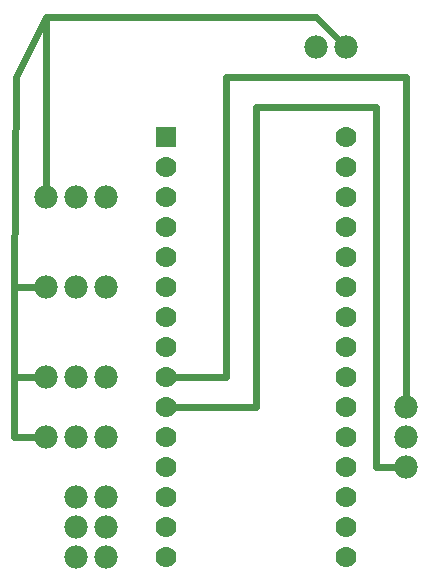
<source format=gbl>
G04 MADE WITH FRITZING*
G04 WWW.FRITZING.ORG*
G04 DOUBLE SIDED*
G04 HOLES PLATED*
G04 CONTOUR ON CENTER OF CONTOUR VECTOR*
%ASAXBY*%
%FSLAX23Y23*%
%MOIN*%
%OFA0B0*%
%SFA1.0B1.0*%
%ADD10C,0.070000*%
%ADD11C,0.078000*%
%ADD12R,0.069972X0.070000*%
%ADD13C,0.024000*%
%LNCOPPER0*%
G90*
G70*
G54D10*
X607Y1519D03*
X607Y1419D03*
X607Y1319D03*
X607Y1219D03*
X607Y1119D03*
X607Y1019D03*
X607Y919D03*
X607Y819D03*
X607Y719D03*
X607Y619D03*
X607Y519D03*
X607Y419D03*
X607Y319D03*
X607Y219D03*
X607Y119D03*
X1207Y1519D03*
X1207Y1419D03*
X1207Y1319D03*
X1207Y1219D03*
X1207Y1119D03*
X1207Y1019D03*
X1207Y919D03*
X1207Y819D03*
X1207Y719D03*
X1207Y619D03*
X1207Y519D03*
X1207Y419D03*
X1207Y319D03*
X1207Y219D03*
X1207Y119D03*
G54D11*
X1407Y619D03*
X1407Y519D03*
X1407Y419D03*
X407Y519D03*
X307Y519D03*
X207Y519D03*
X407Y719D03*
X307Y719D03*
X207Y719D03*
X407Y1019D03*
X307Y1019D03*
X207Y1019D03*
X407Y1319D03*
X307Y1319D03*
X207Y1319D03*
X407Y319D03*
X307Y319D03*
X407Y119D03*
X307Y119D03*
X407Y219D03*
X307Y219D03*
X1207Y1819D03*
X1107Y1819D03*
G54D12*
X607Y1519D03*
G54D13*
X1407Y1721D02*
X1407Y650D01*
D02*
X806Y1721D02*
X1407Y1721D01*
D02*
X806Y721D02*
X806Y1721D01*
D02*
X636Y720D02*
X806Y721D01*
D02*
X1306Y420D02*
X1307Y1620D01*
D02*
X1307Y1620D02*
X907Y1620D01*
D02*
X907Y1620D02*
X907Y620D01*
D02*
X907Y620D02*
X636Y620D01*
D02*
X1377Y420D02*
X1306Y420D01*
D02*
X208Y1819D02*
X208Y1920D01*
D02*
X1108Y1920D02*
X1186Y1841D01*
D02*
X208Y1920D02*
X1108Y1920D01*
D02*
X207Y1350D02*
X208Y1819D01*
D02*
X100Y1019D02*
X177Y1019D01*
D02*
X106Y1719D02*
X100Y1019D01*
D02*
X208Y1920D02*
X106Y1719D01*
D02*
X100Y719D02*
X177Y719D01*
D02*
X100Y1019D02*
X100Y719D01*
D02*
X100Y519D02*
X177Y519D01*
D02*
X100Y719D02*
X100Y519D01*
G04 End of Copper0*
M02*
</source>
